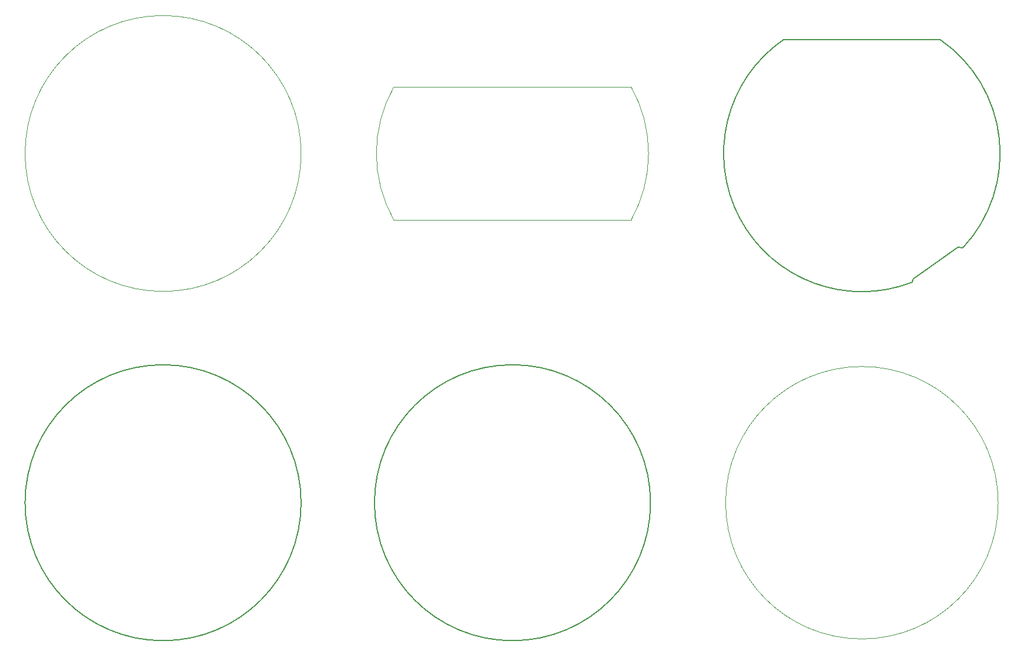
<source format=gm1>
G04 #@! TF.GenerationSoftware,KiCad,Pcbnew,no-vcs-found-d3b382c~59~ubuntu16.04.1*
G04 #@! TF.CreationDate,2017-07-31T19:30:18+01:00*
G04 #@! TF.ProjectId,r2_panel,72325F70616E656C2E6B696361645F70,1*
G04 #@! TF.SameCoordinates,Original
G04 #@! TF.FileFunction,Profile,NP*
%FSLAX46Y46*%
G04 Gerber Fmt 4.6, Leading zero omitted, Abs format (unit mm)*
G04 Created by KiCad (PCBNEW no-vcs-found-d3b382c~59~ubuntu16.04.1) date Mon Jul 31 19:30:18 2017*
%MOMM*%
%LPD*%
G01*
G04 APERTURE LIST*
%ADD10C,0.010000*%
%ADD11C,0.100000*%
%ADD12C,0.200000*%
%ADD13C,0.150000*%
G04 APERTURE END LIST*
D10*
X94750000Y-75000000D02*
G75*
G03X94750000Y-75000000I-19750000J0D01*
G01*
D11*
X142000000Y-84500000D02*
X142000000Y-84500000D01*
X108000000Y-84500000D02*
X142000000Y-84500000D01*
X108000000Y-65500000D02*
X108000000Y-65500000D01*
X142000000Y-65500000D02*
X108000000Y-65500000D01*
X141999999Y-65500000D02*
G75*
G02X141999999Y-84499999I-16999999J-9500000D01*
G01*
X108000001Y-84500000D02*
G75*
G02X108000001Y-65500001I16999999J9500000D01*
G01*
D12*
X94750000Y-125000000D02*
G75*
G03X94750000Y-125000000I-19750000J0D01*
G01*
D13*
X163790166Y-58700241D02*
G75*
G03X182214358Y-93419977I11209834J-16299759D01*
G01*
X182289376Y-92982705D02*
X182214358Y-93419977D01*
X189453719Y-88498890D02*
G75*
G03X186200000Y-58700000I-14453719J13498890D01*
G01*
X182289376Y-92982705D02*
X188748860Y-88400668D01*
X189450000Y-88500000D02*
X188748860Y-88400668D01*
X163790000Y-58700000D02*
X186200000Y-58700000D01*
D11*
X194500000Y-125000000D02*
G75*
G03X194500000Y-125000000I-19500000J0D01*
G01*
D12*
X144750000Y-125000000D02*
G75*
G03X144750000Y-125000000I-19750000J0D01*
G01*
M02*

</source>
